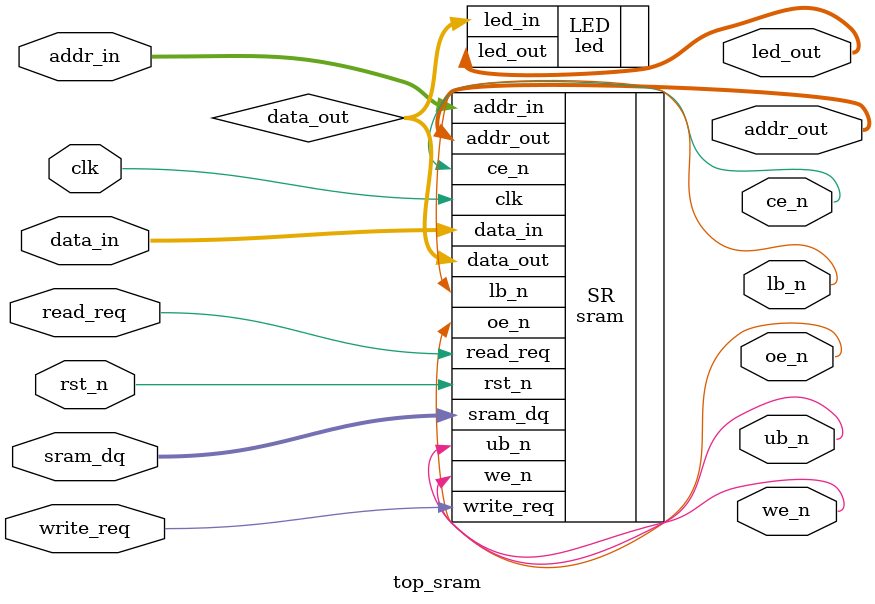
<source format=v>
module top_sram(

	output we_n,						// write enable, 쓰기 신호
	output oe_n,						// output enable , 출력 신호
	output ce_n,						// chip enable 칩을 키는 신호
	output [7:0] addr_out,		// read/write address 
	output [9:0]led_out,
	output lb_n,
	output ub_n,
	
	inout [9:0] sram_dq,				// 읽고 출력할 data  					//SRAM IO

	input [9:0] data_in,				// 저장할 data							// sw[9:0]       10비트 data
	input [7:0] addr_in,				// 저장할 주소							// sw[19:10]	  10비트 주소
	input write_req,						// 쓰기 명령  							//button
	input read_req,						// 읽기 명령								//button
	input rst_n,							// reset									//button
	input clk);																			// clk



	wire [9:0]data_out;
	wire clk_enable;
	//clk_div CDIV(.clk(clk), .clr_n(rst_n), .clk_enable(clk_enable));




 sram SR(
	.we_n(we_n),											// write enable, 쓰기 신호			//SRAM WE
	.oe_n(oe_n),											// output enable , 출력 신호			//SRAM OE
	.ce_n(ce_n),											// chip enable 칩을 키는 신호		//SRAM CE
	.addr_out(addr_out),									// read/write address 				//SRAM ADDR
	.data_out(data_out),									// 출력할 data							//LED
	.lb_n(lb_n),
	.ub_n(ub_n),
	
	.sram_dq(sram_dq),									// 읽고 출력할 data  					//SRAM IO
		
	.data_in(data_in),									// 저장할 data							// sw[9:0]       10비트 data
	.addr_in(addr_in),									// 저장할 주소							// sw[17:10]	  10비트 주소
	.write_req(write_req),								// 쓰기 명령  							//button
	.read_req(read_req),									// 읽기 명령								//button
	.rst_n(rst_n),											// reset									//button
	.clk(clk));												// clk
	
	
	led #(.WIDTH(10)) LED(.led_in(data_out), .led_out(led_out));
	
	
endmodule
</source>
